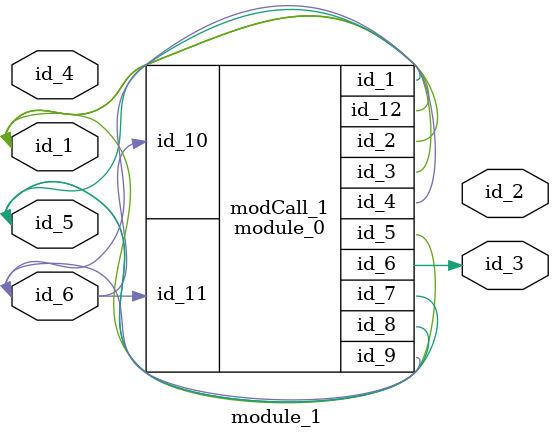
<source format=v>
module module_0 (
    id_1,
    id_2,
    id_3,
    id_4,
    id_5,
    id_6,
    id_7,
    id_8,
    id_9,
    id_10,
    id_11,
    id_12
);
  inout wire id_12;
  input wire id_11;
  input wire id_10;
  inout wire id_9;
  inout wire id_8;
  output wire id_7;
  output wire id_6;
  inout wire id_5;
  inout wire id_4;
  inout wire id_3;
  inout wire id_2;
  inout wire id_1;
endmodule
module module_1 (
    id_1,
    id_2,
    id_3,
    id_4,
    id_5,
    id_6
);
  inout wire id_6;
  inout wire id_5;
  input wire id_4;
  output wire id_3;
  output wire id_2;
  inout wire id_1;
  module_0 modCall_1 (
      id_5,
      id_1,
      id_1,
      id_6,
      id_1,
      id_3,
      id_5,
      id_5,
      id_6,
      id_6,
      id_6,
      id_1
  );
endmodule

</source>
